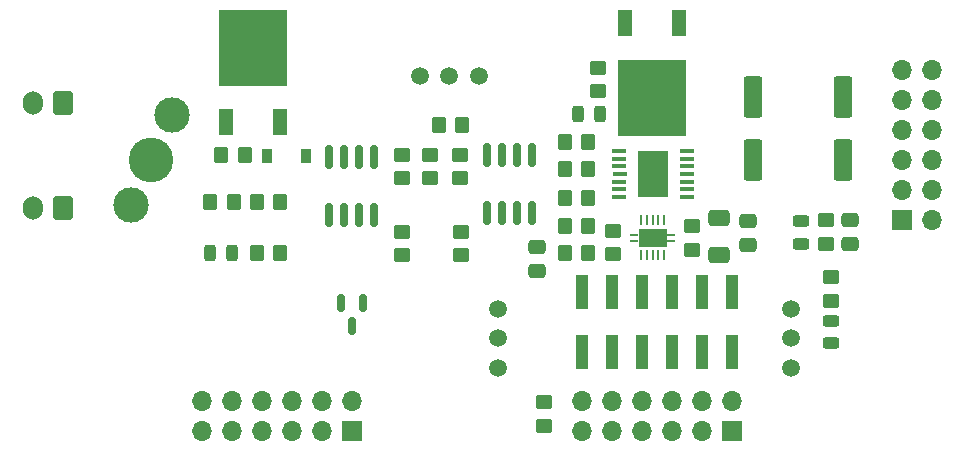
<source format=gts>
G04 #@! TF.GenerationSoftware,KiCad,Pcbnew,6.0.2-378541a8eb~116~ubuntu20.04.1*
G04 #@! TF.CreationDate,2023-01-27T16:36:08+01:00*
G04 #@! TF.ProjectId,BUCKY_POWER,4255434b-595f-4504-9f57-45522e6b6963,rev?*
G04 #@! TF.SameCoordinates,Original*
G04 #@! TF.FileFunction,Soldermask,Top*
G04 #@! TF.FilePolarity,Negative*
%FSLAX46Y46*%
G04 Gerber Fmt 4.6, Leading zero omitted, Abs format (unit mm)*
G04 Created by KiCad (PCBNEW 6.0.2-378541a8eb~116~ubuntu20.04.1) date 2023-01-27 16:36:08*
%MOMM*%
%LPD*%
G01*
G04 APERTURE LIST*
G04 Aperture macros list*
%AMRoundRect*
0 Rectangle with rounded corners*
0 $1 Rounding radius*
0 $2 $3 $4 $5 $6 $7 $8 $9 X,Y pos of 4 corners*
0 Add a 4 corners polygon primitive as box body*
4,1,4,$2,$3,$4,$5,$6,$7,$8,$9,$2,$3,0*
0 Add four circle primitives for the rounded corners*
1,1,$1+$1,$2,$3*
1,1,$1+$1,$4,$5*
1,1,$1+$1,$6,$7*
1,1,$1+$1,$8,$9*
0 Add four rect primitives between the rounded corners*
20,1,$1+$1,$2,$3,$4,$5,0*
20,1,$1+$1,$4,$5,$6,$7,0*
20,1,$1+$1,$6,$7,$8,$9,0*
20,1,$1+$1,$8,$9,$2,$3,0*%
G04 Aperture macros list end*
%ADD10RoundRect,0.150000X-0.150000X0.587500X-0.150000X-0.587500X0.150000X-0.587500X0.150000X0.587500X0*%
%ADD11RoundRect,0.250000X-0.450000X0.350000X-0.450000X-0.350000X0.450000X-0.350000X0.450000X0.350000X0*%
%ADD12RoundRect,0.250000X0.350000X0.450000X-0.350000X0.450000X-0.350000X-0.450000X0.350000X-0.450000X0*%
%ADD13R,1.000000X3.000000*%
%ADD14R,1.200000X2.200000*%
%ADD15R,5.800000X6.400000*%
%ADD16RoundRect,0.243750X0.243750X0.456250X-0.243750X0.456250X-0.243750X-0.456250X0.243750X-0.456250X0*%
%ADD17RoundRect,0.243750X-0.243750X-0.456250X0.243750X-0.456250X0.243750X0.456250X-0.243750X0.456250X0*%
%ADD18RoundRect,0.250000X-0.350000X-0.450000X0.350000X-0.450000X0.350000X0.450000X-0.350000X0.450000X0*%
%ADD19RoundRect,0.243750X-0.456250X0.243750X-0.456250X-0.243750X0.456250X-0.243750X0.456250X0.243750X0*%
%ADD20R,0.900000X1.200000*%
%ADD21RoundRect,0.250000X0.450000X-0.350000X0.450000X0.350000X-0.450000X0.350000X-0.450000X-0.350000X0*%
%ADD22RoundRect,0.250000X-0.650000X0.412500X-0.650000X-0.412500X0.650000X-0.412500X0.650000X0.412500X0*%
%ADD23RoundRect,0.150000X0.150000X-0.825000X0.150000X0.825000X-0.150000X0.825000X-0.150000X-0.825000X0*%
%ADD24C,1.500000*%
%ADD25R,0.280000X0.850000*%
%ADD26R,0.700000X0.280000*%
%ADD27R,2.400000X1.650000*%
%ADD28R,1.310000X0.450000*%
%ADD29R,2.650000X4.000000*%
%ADD30RoundRect,0.250000X-0.475000X0.337500X-0.475000X-0.337500X0.475000X-0.337500X0.475000X0.337500X0*%
%ADD31RoundRect,0.250000X0.550000X-1.500000X0.550000X1.500000X-0.550000X1.500000X-0.550000X-1.500000X0*%
%ADD32RoundRect,0.243750X0.456250X-0.243750X0.456250X0.243750X-0.456250X0.243750X-0.456250X-0.243750X0*%
%ADD33RoundRect,0.250000X0.600000X0.750000X-0.600000X0.750000X-0.600000X-0.750000X0.600000X-0.750000X0*%
%ADD34O,1.700000X2.000000*%
%ADD35C,3.784600*%
%ADD36C,3.000000*%
%ADD37R,1.700000X1.700000*%
%ADD38O,1.700000X1.700000*%
G04 APERTURE END LIST*
D10*
X64750000Y-107062500D03*
X62850000Y-107062500D03*
X63800000Y-108937500D03*
D11*
X85900000Y-100900000D03*
X85900000Y-102900000D03*
X80100000Y-115400000D03*
X80100000Y-117400000D03*
D12*
X73150000Y-91950000D03*
X71150000Y-91950000D03*
D13*
X95950000Y-111137500D03*
X95950000Y-106097500D03*
X93410000Y-111137500D03*
X93410000Y-106097500D03*
X90870000Y-111137500D03*
X90870000Y-106097500D03*
X88330000Y-111137500D03*
X88330000Y-106097500D03*
X85790000Y-111137500D03*
X85790000Y-106097500D03*
X83250000Y-111137500D03*
X83250000Y-106097500D03*
D14*
X91480000Y-83350000D03*
D15*
X89200000Y-89650000D03*
D14*
X86920000Y-83350000D03*
D16*
X53637500Y-102750000D03*
X51762500Y-102750000D03*
D17*
X82912500Y-91000000D03*
X84787500Y-91000000D03*
D18*
X81800000Y-93350000D03*
X83800000Y-93350000D03*
D19*
X101800000Y-100112500D03*
X101800000Y-101987500D03*
D20*
X59950000Y-94550000D03*
X56650000Y-94550000D03*
D21*
X73000000Y-103000000D03*
X73000000Y-101000000D03*
D22*
X94900000Y-99837500D03*
X94900000Y-102962500D03*
D12*
X57750000Y-102750000D03*
X55750000Y-102750000D03*
D23*
X61845000Y-99575000D03*
X63115000Y-99575000D03*
X64385000Y-99575000D03*
X65655000Y-99575000D03*
X65655000Y-94625000D03*
X64385000Y-94625000D03*
X63115000Y-94625000D03*
X61845000Y-94625000D03*
D24*
X69550000Y-87800000D03*
X72050000Y-87800000D03*
X74550000Y-87800000D03*
D18*
X51800000Y-98500000D03*
X53800000Y-98500000D03*
D11*
X72950000Y-94450000D03*
X72950000Y-96450000D03*
D21*
X84600000Y-89100000D03*
X84600000Y-87100000D03*
D11*
X70450000Y-94450000D03*
X70450000Y-96450000D03*
D25*
X90250000Y-100028022D03*
X89750000Y-100028022D03*
X89250000Y-100028022D03*
X88750000Y-100028022D03*
X88250000Y-100028022D03*
X88250000Y-102978022D03*
X88750000Y-102978022D03*
X89250000Y-102978022D03*
X89750000Y-102978022D03*
X90250000Y-102978022D03*
D26*
X90800000Y-101253022D03*
X87700000Y-101753022D03*
D27*
X89250000Y-101503022D03*
D26*
X87700000Y-101253022D03*
X90800000Y-101753022D03*
D28*
X86450000Y-94150000D03*
X86450000Y-94800000D03*
X86450000Y-95450000D03*
X86455000Y-96100000D03*
X86450000Y-96750000D03*
X86450000Y-97400000D03*
X86450000Y-98050000D03*
X92150000Y-98050000D03*
X92150000Y-97400000D03*
X92150000Y-96750000D03*
X92150000Y-96100000D03*
X92150000Y-95450000D03*
X92150000Y-94800000D03*
X92150000Y-94150000D03*
D29*
X89300000Y-96100000D03*
D23*
X75195000Y-99425000D03*
X76465000Y-99425000D03*
X77735000Y-99425000D03*
X79005000Y-99425000D03*
X79005000Y-94475000D03*
X77735000Y-94475000D03*
X76465000Y-94475000D03*
X75195000Y-94475000D03*
D24*
X101000000Y-112525000D03*
X101000000Y-110025000D03*
X101000000Y-107525000D03*
D30*
X97300000Y-100062500D03*
X97300000Y-102137500D03*
D31*
X97750000Y-94950000D03*
X97750000Y-89550000D03*
D18*
X55750000Y-98500000D03*
X57750000Y-98500000D03*
D30*
X79500000Y-102262500D03*
X79500000Y-104337500D03*
D21*
X104350000Y-106850000D03*
X104350000Y-104850000D03*
D30*
X106000000Y-99962500D03*
X106000000Y-102037500D03*
D24*
X76150000Y-112525000D03*
X76150000Y-110025000D03*
X76150000Y-107525000D03*
D32*
X104350000Y-110387500D03*
X104350000Y-108512500D03*
D14*
X53170000Y-91725000D03*
D15*
X55450000Y-85425000D03*
D14*
X57730000Y-91725000D03*
D11*
X68000000Y-101000000D03*
X68000000Y-103000000D03*
D33*
X39300000Y-90050000D03*
D34*
X36800000Y-90050000D03*
D12*
X83800000Y-98100000D03*
X81800000Y-98100000D03*
X83800000Y-95700000D03*
X81800000Y-95700000D03*
D35*
X46800000Y-94900000D03*
D36*
X48527200Y-91090000D03*
X45072800Y-98710000D03*
D11*
X92600000Y-100500000D03*
X92600000Y-102500000D03*
D18*
X81800000Y-100500000D03*
X83800000Y-100500000D03*
D33*
X39300000Y-99000000D03*
D34*
X36800000Y-99000000D03*
D21*
X68000000Y-96450000D03*
X68000000Y-94450000D03*
D18*
X52750000Y-94500000D03*
X54750000Y-94500000D03*
D31*
X105350000Y-94950000D03*
X105350000Y-89550000D03*
D21*
X103900000Y-102000000D03*
X103900000Y-100000000D03*
D18*
X81800000Y-102800000D03*
X83800000Y-102800000D03*
D37*
X63800000Y-117875000D03*
D38*
X63800000Y-115335000D03*
X61260000Y-117875000D03*
X61260000Y-115335000D03*
X58720000Y-117875000D03*
X58720000Y-115335000D03*
X56180000Y-117875000D03*
X56180000Y-115335000D03*
X53640000Y-117875000D03*
X53640000Y-115335000D03*
X51100000Y-117875000D03*
X51100000Y-115335000D03*
D37*
X110400000Y-100000000D03*
D38*
X112940000Y-100000000D03*
X110400000Y-97460000D03*
X112940000Y-97460000D03*
X110400000Y-94920000D03*
X112940000Y-94920000D03*
X110400000Y-92380000D03*
X112940000Y-92380000D03*
X110400000Y-89840000D03*
X112940000Y-89840000D03*
X110400000Y-87300000D03*
X112940000Y-87300000D03*
D37*
X96000000Y-117875000D03*
D38*
X96000000Y-115335000D03*
X93460000Y-117875000D03*
X93460000Y-115335000D03*
X90920000Y-117875000D03*
X90920000Y-115335000D03*
X88380000Y-117875000D03*
X88380000Y-115335000D03*
X85840000Y-117875000D03*
X85840000Y-115335000D03*
X83300000Y-117875000D03*
X83300000Y-115335000D03*
M02*

</source>
